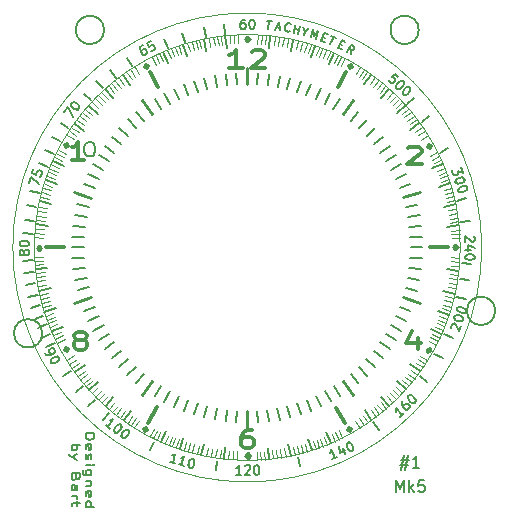
<source format=gbr>
G04 #@! TF.GenerationSoftware,KiCad,Pcbnew,(5.1.4)-1*
G04 #@! TF.CreationDate,2020-07-29T15:51:18+02:00*
G04 #@! TF.ProjectId,ring,72696e67-2e6b-4696-9361-645f70636258,v0.5.2*
G04 #@! TF.SameCoordinates,Original*
G04 #@! TF.FileFunction,Legend,Top*
G04 #@! TF.FilePolarity,Positive*
%FSLAX46Y46*%
G04 Gerber Fmt 4.6, Leading zero omitted, Abs format (unit mm)*
G04 Created by KiCad (PCBNEW (5.1.4)-1) date 2020-07-29 15:51:18*
%MOMM*%
%LPD*%
G04 APERTURE LIST*
%ADD10C,0.200000*%
%ADD11C,0.150000*%
%ADD12C,0.250000*%
%ADD13C,0.100000*%
%ADD14C,0.300000*%
%ADD15C,0.120000*%
G04 APERTURE END LIST*
D10*
X219634285Y-130593714D02*
X220348571Y-130593714D01*
X219920000Y-130165142D02*
X219634285Y-131450857D01*
X220253333Y-131022285D02*
X219539047Y-131022285D01*
X219967619Y-131450857D02*
X220253333Y-130165142D01*
X221205714Y-131260380D02*
X220634285Y-131260380D01*
X220920000Y-131260380D02*
X220920000Y-130260380D01*
X220824761Y-130403238D01*
X220729523Y-130498476D01*
X220634285Y-130546095D01*
D11*
X192963333Y-128310952D02*
X193663333Y-128310952D01*
X193663333Y-128549047D01*
X193630000Y-128691904D01*
X193563333Y-128787142D01*
X193496666Y-128834761D01*
X193363333Y-128882380D01*
X193263333Y-128882380D01*
X193130000Y-128834761D01*
X193063333Y-128787142D01*
X192996666Y-128691904D01*
X192963333Y-128549047D01*
X192963333Y-128310952D01*
X192996666Y-129691904D02*
X192963333Y-129596666D01*
X192963333Y-129406190D01*
X192996666Y-129310952D01*
X193063333Y-129263333D01*
X193330000Y-129263333D01*
X193396666Y-129310952D01*
X193430000Y-129406190D01*
X193430000Y-129596666D01*
X193396666Y-129691904D01*
X193330000Y-129739523D01*
X193263333Y-129739523D01*
X193196666Y-129263333D01*
X192996666Y-130120476D02*
X192963333Y-130215714D01*
X192963333Y-130406190D01*
X192996666Y-130501428D01*
X193063333Y-130549047D01*
X193096666Y-130549047D01*
X193163333Y-130501428D01*
X193196666Y-130406190D01*
X193196666Y-130263333D01*
X193230000Y-130168095D01*
X193296666Y-130120476D01*
X193330000Y-130120476D01*
X193396666Y-130168095D01*
X193430000Y-130263333D01*
X193430000Y-130406190D01*
X193396666Y-130501428D01*
X192963333Y-130977619D02*
X193430000Y-130977619D01*
X193663333Y-130977619D02*
X193630000Y-130930000D01*
X193596666Y-130977619D01*
X193630000Y-131025238D01*
X193663333Y-130977619D01*
X193596666Y-130977619D01*
X193430000Y-131882380D02*
X192863333Y-131882380D01*
X192796666Y-131834761D01*
X192763333Y-131787142D01*
X192730000Y-131691904D01*
X192730000Y-131549047D01*
X192763333Y-131453809D01*
X192996666Y-131882380D02*
X192963333Y-131787142D01*
X192963333Y-131596666D01*
X192996666Y-131501428D01*
X193030000Y-131453809D01*
X193096666Y-131406190D01*
X193296666Y-131406190D01*
X193363333Y-131453809D01*
X193396666Y-131501428D01*
X193430000Y-131596666D01*
X193430000Y-131787142D01*
X193396666Y-131882380D01*
X193430000Y-132358571D02*
X192963333Y-132358571D01*
X193363333Y-132358571D02*
X193396666Y-132406190D01*
X193430000Y-132501428D01*
X193430000Y-132644285D01*
X193396666Y-132739523D01*
X193330000Y-132787142D01*
X192963333Y-132787142D01*
X192996666Y-133644285D02*
X192963333Y-133549047D01*
X192963333Y-133358571D01*
X192996666Y-133263333D01*
X193063333Y-133215714D01*
X193330000Y-133215714D01*
X193396666Y-133263333D01*
X193430000Y-133358571D01*
X193430000Y-133549047D01*
X193396666Y-133644285D01*
X193330000Y-133691904D01*
X193263333Y-133691904D01*
X193196666Y-133215714D01*
X192963333Y-134549047D02*
X193663333Y-134549047D01*
X192996666Y-134549047D02*
X192963333Y-134453809D01*
X192963333Y-134263333D01*
X192996666Y-134168095D01*
X193030000Y-134120476D01*
X193096666Y-134072857D01*
X193296666Y-134072857D01*
X193363333Y-134120476D01*
X193396666Y-134168095D01*
X193430000Y-134263333D01*
X193430000Y-134453809D01*
X193396666Y-134549047D01*
X191763333Y-129287142D02*
X192463333Y-129287142D01*
X192196666Y-129287142D02*
X192230000Y-129382380D01*
X192230000Y-129572857D01*
X192196666Y-129668095D01*
X192163333Y-129715714D01*
X192096666Y-129763333D01*
X191896666Y-129763333D01*
X191830000Y-129715714D01*
X191796666Y-129668095D01*
X191763333Y-129572857D01*
X191763333Y-129382380D01*
X191796666Y-129287142D01*
X192230000Y-130096666D02*
X191763333Y-130334761D01*
X192230000Y-130572857D02*
X191763333Y-130334761D01*
X191596666Y-130239523D01*
X191563333Y-130191904D01*
X191530000Y-130096666D01*
X192130000Y-132049047D02*
X192096666Y-132191904D01*
X192063333Y-132239523D01*
X191996666Y-132287142D01*
X191896666Y-132287142D01*
X191830000Y-132239523D01*
X191796666Y-132191904D01*
X191763333Y-132096666D01*
X191763333Y-131715714D01*
X192463333Y-131715714D01*
X192463333Y-132049047D01*
X192430000Y-132144285D01*
X192396666Y-132191904D01*
X192330000Y-132239523D01*
X192263333Y-132239523D01*
X192196666Y-132191904D01*
X192163333Y-132144285D01*
X192130000Y-132049047D01*
X192130000Y-131715714D01*
X191763333Y-133144285D02*
X192130000Y-133144285D01*
X192196666Y-133096666D01*
X192230000Y-133001428D01*
X192230000Y-132810952D01*
X192196666Y-132715714D01*
X191796666Y-133144285D02*
X191763333Y-133049047D01*
X191763333Y-132810952D01*
X191796666Y-132715714D01*
X191863333Y-132668095D01*
X191930000Y-132668095D01*
X191996666Y-132715714D01*
X192030000Y-132810952D01*
X192030000Y-133049047D01*
X192063333Y-133144285D01*
X191763333Y-133620476D02*
X192230000Y-133620476D01*
X192096666Y-133620476D02*
X192163333Y-133668095D01*
X192196666Y-133715714D01*
X192230000Y-133810952D01*
X192230000Y-133906190D01*
X192230000Y-134096666D02*
X192230000Y-134477619D01*
X192463333Y-134239523D02*
X191863333Y-134239523D01*
X191796666Y-134287142D01*
X191763333Y-134382380D01*
X191763333Y-134477619D01*
X196915515Y-97224546D02*
X196483323Y-96551338D01*
X191499324Y-102483420D02*
X190837659Y-102033753D01*
X189051001Y-107978165D02*
X188275103Y-107783273D01*
X188461304Y-113689167D02*
X187662631Y-113735218D01*
X194904076Y-126583986D02*
X194386644Y-127194121D01*
X222486581Y-121579047D02*
X223179401Y-121979047D01*
X224337088Y-116819820D02*
X225117208Y-116997059D01*
X224798933Y-113945384D02*
X225597080Y-113999797D01*
X224690792Y-110454105D02*
X225484829Y-110356609D01*
D10*
X221160000Y-94180000D02*
G75*
G03X221160000Y-94180000I-1200000J0D01*
G01*
X189280000Y-119870000D02*
G75*
G03X189280000Y-119870000I-1200000J0D01*
G01*
X227630000Y-117970000D02*
G75*
G03X227630000Y-117970000I-1200000J0D01*
G01*
X194520000Y-94180000D02*
G75*
G03X194520000Y-94180000I-1200000J0D01*
G01*
D11*
X199908494Y-95694356D02*
X199602348Y-94955252D01*
D10*
X193219047Y-103672857D02*
X193380952Y-103672857D01*
X193542857Y-103730000D01*
X193623809Y-103787142D01*
X193704761Y-103901428D01*
X193785714Y-104130000D01*
X193785714Y-104415714D01*
X193704761Y-104644285D01*
X193623809Y-104758571D01*
X193542857Y-104815714D01*
X193380952Y-104872857D01*
X193219047Y-104872857D01*
X193057142Y-104815714D01*
X192976190Y-104758571D01*
X192895238Y-104644285D01*
X192814285Y-104415714D01*
X192814285Y-104130000D01*
X192895238Y-103901428D01*
X192976190Y-103787142D01*
X193057142Y-103730000D01*
X193219047Y-103672857D01*
D11*
X215381641Y-101888565D02*
X216019065Y-101118052D01*
X207501594Y-98791488D02*
X207564385Y-97793461D01*
X220467619Y-112600000D02*
X221467619Y-112600000D01*
X220448511Y-111748405D02*
X221446538Y-111685614D01*
X220361186Y-110896698D02*
X221353300Y-110771365D01*
X220245631Y-110044767D02*
X221227919Y-109857386D01*
X220041831Y-109212502D02*
X221010414Y-108963812D01*
D12*
X219844640Y-108349690D02*
X221271224Y-107886164D01*
D11*
X219529386Y-107576532D02*
X220459163Y-107208407D01*
X219190673Y-106792614D02*
X220095500Y-106366835D01*
X210840206Y-99420239D02*
X211149223Y-98469183D01*
X218368042Y-105282397D02*
X219212370Y-104746571D01*
X213192063Y-100426424D02*
X213673817Y-99550117D01*
X209205232Y-99024368D02*
X209392613Y-98042080D01*
X217904016Y-104565902D02*
X218713033Y-103978117D01*
X216100323Y-102509771D02*
X216784871Y-101780802D01*
X213937602Y-100851957D02*
X214473428Y-100007629D01*
X217351434Y-103848358D02*
X218121947Y-103210934D01*
D12*
X214741145Y-101298975D02*
X215622823Y-100085450D01*
D11*
X218803575Y-106027936D02*
X219679882Y-105546182D01*
X210037497Y-99188168D02*
X210286187Y-98219585D01*
X212437385Y-100039326D02*
X212863164Y-99134499D01*
X216760228Y-103169676D02*
X217489197Y-102485128D01*
X211643467Y-99710613D02*
X212011592Y-98780836D01*
X208353301Y-98878813D02*
X208478634Y-97886699D01*
X217351434Y-121341641D02*
X218121947Y-121979065D01*
X220448511Y-113461594D02*
X221446538Y-113524385D01*
D12*
X206650000Y-126471904D02*
X206650000Y-127771904D01*
D11*
X207491594Y-126408511D02*
X207554385Y-127406538D01*
X208343301Y-126321186D02*
X208468634Y-127313300D01*
X209195232Y-126205631D02*
X209382613Y-127187919D01*
X210027497Y-126001831D02*
X210276187Y-126970414D01*
X210850206Y-125759760D02*
X211159223Y-126710816D01*
X211663467Y-125489386D02*
X212031592Y-126419163D01*
X212447385Y-125150673D02*
X212873164Y-126055500D01*
D12*
X219864640Y-116830309D02*
X221291224Y-117293835D01*
D11*
X213957602Y-124328042D02*
X214493428Y-125172370D01*
X218813575Y-119152063D02*
X219689882Y-119633817D01*
X220215631Y-115165232D02*
X221197919Y-115352613D01*
D12*
X214741145Y-123881024D02*
X215622823Y-125094549D01*
D11*
X216730228Y-122060323D02*
X217459197Y-122744871D01*
X218388042Y-119897602D02*
X219232370Y-120433428D01*
X215391641Y-123311434D02*
X216029065Y-124081947D01*
X217914016Y-120634097D02*
X218723033Y-121221882D01*
X213212063Y-124763575D02*
X213693817Y-125639882D01*
X220051831Y-115997497D02*
X221020414Y-116246187D01*
X219200673Y-118397385D02*
X220105500Y-118823164D01*
X216070323Y-122720228D02*
X216754871Y-123449197D01*
X219529386Y-117603467D02*
X220459163Y-117971592D01*
X220361186Y-114313301D02*
X221353300Y-114438634D01*
X197898358Y-123311434D02*
X197260934Y-124081947D01*
X205778405Y-126408511D02*
X205715614Y-127406538D01*
X192831488Y-113451594D02*
X191833461Y-113514385D01*
X192918813Y-114303301D02*
X191926699Y-114428634D01*
X193034368Y-115155232D02*
X192052080Y-115342613D01*
X193238168Y-115987497D02*
X192269585Y-116236187D01*
D12*
X193415359Y-116810309D02*
X191988775Y-117273835D01*
D11*
X193750613Y-117623467D02*
X192820836Y-117991592D01*
X194089326Y-118407385D02*
X193184499Y-118833164D01*
X202439793Y-125779760D02*
X202130776Y-126730816D01*
X194911957Y-119917602D02*
X194067629Y-120453428D01*
X200087936Y-124773575D02*
X199606182Y-125649882D01*
X204074767Y-126175631D02*
X203887386Y-127157919D01*
X195375983Y-120634097D02*
X194566966Y-121221882D01*
X197179676Y-122690228D02*
X196495128Y-123419197D01*
X199342397Y-124348042D02*
X198806571Y-125192370D01*
X195928565Y-121351641D02*
X195158052Y-121989065D01*
D12*
X198598854Y-123911024D02*
X197717176Y-125124549D01*
D11*
X194476424Y-119172063D02*
X193600117Y-119653817D01*
X203242502Y-126011831D02*
X202993812Y-126980414D01*
X200842614Y-125160673D02*
X200416835Y-126065500D01*
X196519771Y-122030323D02*
X195790802Y-122714871D01*
X201636532Y-125489386D02*
X201268407Y-126419163D01*
X204926698Y-126321186D02*
X204801365Y-127313300D01*
X192782380Y-112600000D02*
X191782380Y-112600000D01*
X192831488Y-111738405D02*
X191833461Y-111675614D01*
X192918813Y-110886698D02*
X191926699Y-110761365D01*
X193064368Y-110034767D02*
X192082080Y-109847386D01*
X193228168Y-109202502D02*
X192259585Y-108953812D01*
D12*
X193415359Y-108369690D02*
X191988775Y-107906164D01*
D11*
X193750613Y-107596532D02*
X192820836Y-107228407D01*
X194079326Y-106802614D02*
X193174499Y-106376835D01*
X194466424Y-106047936D02*
X193590117Y-105566182D01*
X194891957Y-105302397D02*
X194047629Y-104766571D01*
X195365983Y-104565902D02*
X194556966Y-103978117D01*
X195928565Y-103858358D02*
X195158052Y-103220934D01*
X196549771Y-103139676D02*
X195820802Y-102455128D01*
X197209676Y-102479771D02*
X196525128Y-101750802D01*
X197888358Y-101888565D02*
X197250934Y-101118052D01*
D12*
X198578854Y-101318975D02*
X197697176Y-100105450D01*
D11*
X199322397Y-100871957D02*
X198786571Y-100027629D01*
X200067936Y-100436424D02*
X199586182Y-99560117D01*
X200832614Y-100049326D02*
X200406835Y-99144499D01*
X201616532Y-99710613D02*
X201248407Y-98780836D01*
X202429793Y-99440239D02*
X202120776Y-98489183D01*
X203252502Y-99198168D02*
X203003812Y-98229585D01*
X204084767Y-98994368D02*
X203897386Y-98012080D01*
X204936698Y-98878813D02*
X204811365Y-97886699D01*
X205788405Y-98791488D02*
X205725614Y-97793461D01*
D12*
X206640000Y-98728095D02*
X206640000Y-97428095D01*
X189198928Y-112630200D02*
X189008452Y-112820676D01*
X188817976Y-112630200D01*
X189008452Y-112439723D01*
X189198928Y-112630200D01*
X188817976Y-112630200D01*
X206665400Y-130036471D02*
X206855876Y-130226947D01*
X206665400Y-130417423D01*
X206474923Y-130226947D01*
X206665400Y-130036471D01*
X206665400Y-130417423D01*
D11*
X220442416Y-122470897D02*
X221251433Y-123058682D01*
X213334600Y-128241729D02*
X213741336Y-129155274D01*
X218003798Y-125258115D02*
X218672928Y-126001260D01*
D13*
X218707239Y-124936250D02*
X219197004Y-125436381D01*
X208069202Y-129876143D02*
X208127776Y-130573688D01*
X218981950Y-124674239D02*
X219482081Y-125164004D01*
X212506518Y-128904294D02*
X212750519Y-129560391D01*
X208754511Y-129763230D02*
X208842244Y-130457710D01*
X212220658Y-129016347D02*
X212450865Y-129677410D01*
X209776262Y-129613942D02*
X209907429Y-130301543D01*
X214076298Y-128231657D02*
X214387543Y-128858656D01*
X215774621Y-127295429D02*
X216149700Y-127886459D01*
X216436674Y-126832869D02*
X216836173Y-127407673D01*
X207434739Y-129900711D02*
X207464052Y-130600097D01*
D11*
X210097144Y-129253904D02*
X210305056Y-130232052D01*
D13*
X210836348Y-129427781D02*
X211010431Y-130105790D01*
X210525288Y-129502400D02*
X210685134Y-130183905D01*
D12*
X215318914Y-128141720D02*
X215058718Y-128072001D01*
X215128438Y-127811806D01*
X215388633Y-127881525D01*
X215318914Y-128141720D01*
X215128438Y-127811806D01*
D13*
X221103441Y-122053559D02*
X221686486Y-122440933D01*
X214375189Y-128069568D02*
X214699496Y-128689911D01*
X217921783Y-125710184D02*
X218379177Y-126240081D01*
X207745616Y-129875658D02*
X207789569Y-130574276D01*
X217373203Y-126133530D02*
X217808006Y-126682115D01*
X212805127Y-128805070D02*
X213062814Y-129455914D01*
D11*
X216567397Y-126371316D02*
X217155182Y-127180333D01*
D13*
X220268130Y-123276703D02*
X220816715Y-123711506D01*
D11*
X208404013Y-129538597D02*
X208508541Y-130533119D01*
D13*
X216124659Y-127070441D02*
X216512033Y-127653486D01*
D11*
X219316515Y-123932698D02*
X220059660Y-124601828D01*
D13*
X211509373Y-129228148D02*
X211711695Y-129898272D01*
X213777469Y-128393871D02*
X214075515Y-129027250D01*
X217086343Y-126370765D02*
X217509562Y-126928336D01*
X220479965Y-122951743D02*
X221037536Y-123374962D01*
X209401789Y-129701667D02*
X209518528Y-130391865D01*
X221290329Y-121779721D02*
X221881359Y-122154800D01*
X220916669Y-122340174D02*
X221491473Y-122739673D01*
X219755884Y-123812583D02*
X220285781Y-124269977D01*
X223895611Y-113436739D02*
X224594997Y-113466052D01*
X223873958Y-113776116D02*
X224572576Y-113820069D01*
X223858343Y-114137802D02*
X224555888Y-114196376D01*
D12*
X222152820Y-121385714D02*
X221892625Y-121455433D01*
X221822906Y-121195238D01*
X222083101Y-121125518D01*
X222152820Y-121385714D01*
X221822906Y-121195238D01*
D13*
X223720930Y-115197540D02*
X224413421Y-115299798D01*
X223681327Y-115577069D02*
X224371525Y-115693808D01*
X223783530Y-114835811D02*
X224478010Y-114923544D01*
X223611382Y-115926142D02*
X224298983Y-116057309D01*
X223308381Y-117082748D02*
X223986390Y-117256831D01*
X223221198Y-117431942D02*
X223895412Y-117620185D01*
X223421100Y-116720888D02*
X224102605Y-116880734D01*
X223134148Y-117755773D02*
X223804272Y-117958095D01*
D11*
X223520797Y-114447213D02*
X224515319Y-114551741D01*
X223236104Y-116292744D02*
X224214252Y-116500656D01*
X222753060Y-118012306D02*
X223704116Y-118321323D01*
X222160429Y-119504800D02*
X223073974Y-119911536D01*
D13*
X219244059Y-124412326D02*
X219754337Y-124891509D01*
D11*
X211778606Y-128821660D02*
X212087623Y-129772716D01*
D13*
X213129186Y-128667876D02*
X213400447Y-129313180D01*
X222797594Y-118714818D02*
X223453691Y-118958819D01*
X222672970Y-119000727D02*
X223323814Y-119258414D01*
X222896947Y-118416258D02*
X223558010Y-118646465D01*
X222561176Y-119324786D02*
X223206480Y-119596047D01*
X222124957Y-120221098D02*
X222751956Y-120532343D01*
X222000968Y-120494589D02*
X222621311Y-120818896D01*
X222287171Y-119947669D02*
X222920550Y-120245715D01*
X220031004Y-123576349D02*
X220570363Y-124022545D01*
X209065440Y-129726030D02*
X209167698Y-130418521D01*
X211160142Y-129315198D02*
X211348385Y-129989412D01*
X217660149Y-125909104D02*
X218106345Y-126448463D01*
X218445326Y-125211059D02*
X218924509Y-125721337D01*
D11*
X196769102Y-126402416D02*
X196181317Y-127211433D01*
X190998270Y-119294600D02*
X190084725Y-119701336D01*
X193981884Y-123963798D02*
X193238739Y-124632928D01*
D13*
X194303749Y-124667239D02*
X193803618Y-125157004D01*
X189363856Y-114029202D02*
X188666311Y-114087776D01*
X194565760Y-124941950D02*
X194075995Y-125442081D01*
X190335705Y-118466518D02*
X189679608Y-118710519D01*
X189476769Y-114714511D02*
X188782289Y-114802244D01*
X190223652Y-118180658D02*
X189562589Y-118410865D01*
X189626057Y-115736262D02*
X188938456Y-115867429D01*
X191008342Y-120036298D02*
X190381343Y-120347543D01*
X191944570Y-121734621D02*
X191353540Y-122109700D01*
X192407130Y-122396674D02*
X191832326Y-122796173D01*
X189339288Y-113394739D02*
X188639902Y-113424052D01*
D11*
X189986095Y-116057144D02*
X189007947Y-116265056D01*
D13*
X189812218Y-116796348D02*
X189134209Y-116970431D01*
X189737599Y-116485288D02*
X189056094Y-116645134D01*
D12*
X191098279Y-121278914D02*
X191167998Y-121018718D01*
X191428193Y-121088438D01*
X191358474Y-121348633D01*
X191098279Y-121278914D01*
X191428193Y-121088438D01*
D13*
X197186440Y-127063441D02*
X196799066Y-127646486D01*
X191170431Y-120335189D02*
X190550088Y-120659496D01*
X193529815Y-123881783D02*
X192999918Y-124339177D01*
X189364341Y-113705616D02*
X188665723Y-113749569D01*
X193106469Y-123333203D02*
X192557884Y-123768006D01*
X190434929Y-118765127D02*
X189784085Y-119022814D01*
D11*
X192868683Y-122527397D02*
X192059666Y-123115182D01*
D13*
X195963296Y-126228130D02*
X195528493Y-126776715D01*
D11*
X189719902Y-114352713D02*
X188725380Y-114457241D01*
D13*
X192169558Y-122084659D02*
X191586513Y-122472033D01*
D11*
X195307301Y-125276515D02*
X194638171Y-126019660D01*
D13*
X190011851Y-117469373D02*
X189341727Y-117671695D01*
X190846128Y-119737469D02*
X190212749Y-120035515D01*
X192869234Y-123046343D02*
X192311663Y-123469562D01*
X196288256Y-126439965D02*
X195865037Y-126997536D01*
X189538332Y-115361789D02*
X188848134Y-115478528D01*
X197460278Y-127250329D02*
X197085199Y-127841359D01*
X196899825Y-126876669D02*
X196500326Y-127451473D01*
X195366916Y-125760284D02*
X194909522Y-126290181D01*
X205803260Y-129855611D02*
X205773947Y-130554997D01*
X205463883Y-129833958D02*
X205419930Y-130532576D01*
X205102197Y-129818343D02*
X205043623Y-130515888D01*
D12*
X197854285Y-128112820D02*
X197784566Y-127852625D01*
X198044761Y-127782906D01*
X198114481Y-128043101D01*
X197854285Y-128112820D01*
X198044761Y-127782906D01*
D13*
X204042459Y-129680930D02*
X203940201Y-130373421D01*
X203662930Y-129641327D02*
X203546191Y-130331525D01*
X204404188Y-129743530D02*
X204316455Y-130438010D01*
X203313857Y-129571382D02*
X203182690Y-130258983D01*
X202157251Y-129268381D02*
X201983168Y-129946390D01*
X201808057Y-129181198D02*
X201619814Y-129855412D01*
X202519111Y-129381100D02*
X202359265Y-130062605D01*
X201484226Y-129094148D02*
X201281904Y-129764272D01*
D11*
X204792786Y-129480797D02*
X204688258Y-130475319D01*
X202947255Y-129196104D02*
X202739343Y-130174252D01*
X201227693Y-128713060D02*
X200918676Y-129664116D01*
X199735199Y-128120429D02*
X199328463Y-129033974D01*
D13*
X194827673Y-125204059D02*
X194348490Y-125714337D01*
D11*
X190418339Y-117738606D02*
X189467283Y-118047623D01*
D13*
X190572123Y-119089186D02*
X189926819Y-119360447D01*
X200525181Y-128757594D02*
X200281180Y-129413691D01*
X200239272Y-128632970D02*
X199981585Y-129283814D01*
X200823741Y-128856947D02*
X200593534Y-129518010D01*
X199915213Y-128521176D02*
X199643952Y-129166480D01*
X199010801Y-128136357D02*
X198699556Y-128763356D01*
X198745410Y-127960968D02*
X198421103Y-128581311D01*
X199292330Y-128247171D02*
X198994284Y-128880550D01*
X195663650Y-125991004D02*
X195217454Y-126530363D01*
X189513969Y-115025440D02*
X188821478Y-115127698D01*
X189924801Y-117120142D02*
X189250587Y-117308385D01*
X193330895Y-123620149D02*
X192791536Y-124066345D01*
X194028940Y-124405326D02*
X193518662Y-124884509D01*
D11*
X192837583Y-102729102D02*
X192028566Y-102141317D01*
X199945399Y-96958270D02*
X199538663Y-96044725D01*
X195276201Y-99941884D02*
X194607071Y-99198739D01*
D13*
X194572760Y-100263749D02*
X194082995Y-99763618D01*
X205210797Y-95323856D02*
X205152223Y-94626311D01*
X194298049Y-100525760D02*
X193797918Y-100035995D01*
X200773481Y-96295705D02*
X200529480Y-95639608D01*
X204525488Y-95436769D02*
X204437755Y-94742289D01*
X201059341Y-96183652D02*
X200829134Y-95522589D01*
X203503737Y-95586057D02*
X203372570Y-94898456D01*
X199203701Y-96968342D02*
X198892456Y-96341343D01*
X197505378Y-97904570D02*
X197130299Y-97313540D01*
X196843325Y-98367130D02*
X196443826Y-97792326D01*
X205845260Y-95299288D02*
X205815947Y-94599902D01*
D11*
X203182855Y-95946095D02*
X202974943Y-94967947D01*
D13*
X202443651Y-95772218D02*
X202269568Y-95094209D01*
X202754711Y-95697599D02*
X202594865Y-95016094D01*
D12*
X197961085Y-97058279D02*
X198221281Y-97127998D01*
X198151561Y-97388193D01*
X197891366Y-97318474D01*
X197961085Y-97058279D01*
X198151561Y-97388193D01*
D13*
X192176558Y-103146440D02*
X191593513Y-102759066D01*
X198904810Y-97130431D02*
X198580503Y-96510088D01*
X195358216Y-99489815D02*
X194900822Y-98959918D01*
X205534383Y-95324341D02*
X205490430Y-94625723D01*
X195906796Y-99066469D02*
X195471993Y-98517884D01*
X200474872Y-96394929D02*
X200217185Y-95744085D01*
D11*
X196712602Y-98828683D02*
X196124817Y-98019666D01*
D13*
X193011869Y-101923296D02*
X192463284Y-101488493D01*
D11*
X204887286Y-95679902D02*
X204782758Y-94685380D01*
D13*
X197155340Y-98129558D02*
X196767966Y-97546513D01*
D11*
X193963484Y-101267301D02*
X193220339Y-100598171D01*
D13*
X201770626Y-95971851D02*
X201568304Y-95301727D01*
X199502530Y-96806128D02*
X199204484Y-96172749D01*
X196193656Y-98829234D02*
X195770437Y-98271663D01*
X192800034Y-102248256D02*
X192242463Y-101825037D01*
X203878210Y-95498332D02*
X203761471Y-94808134D01*
X191989670Y-103420278D02*
X191398640Y-103045199D01*
X192363330Y-102859825D02*
X191788526Y-102460326D01*
X193524115Y-101387416D02*
X192994218Y-100930022D01*
X189384388Y-111763260D02*
X188685002Y-111733947D01*
X189406041Y-111423883D02*
X188707423Y-111379930D01*
X189421656Y-111062197D02*
X188724111Y-111003623D01*
D12*
X191127179Y-103814285D02*
X191387374Y-103744566D01*
X191457093Y-104004761D01*
X191196898Y-104074481D01*
X191127179Y-103814285D01*
X191457093Y-104004761D01*
D13*
X189559069Y-110002459D02*
X188866578Y-109900201D01*
X189598672Y-109622930D02*
X188908474Y-109506191D01*
X189496469Y-110364188D02*
X188801989Y-110276455D01*
X189668617Y-109273857D02*
X188981016Y-109142690D01*
X189971618Y-108117251D02*
X189293609Y-107943168D01*
X190058801Y-107768057D02*
X189384587Y-107579814D01*
X189858899Y-108479111D02*
X189177394Y-108319265D01*
X190145851Y-107444226D02*
X189475727Y-107241904D01*
D11*
X189759202Y-110752786D02*
X188764680Y-110648258D01*
X190043895Y-108907255D02*
X189065747Y-108699343D01*
X190526939Y-107187693D02*
X189575883Y-106878676D01*
X191119570Y-105695199D02*
X190206025Y-105288463D01*
D13*
X194035940Y-100787673D02*
X193525662Y-100308490D01*
D11*
X201501393Y-96378339D02*
X201192376Y-95427283D01*
D13*
X200150813Y-96532123D02*
X199879552Y-95886819D01*
X190482405Y-106485181D02*
X189826308Y-106241180D01*
X190607029Y-106199272D02*
X189956185Y-105941585D01*
X190383052Y-106783741D02*
X189721989Y-106553534D01*
X190718823Y-105875213D02*
X190073519Y-105603952D01*
X191155042Y-104978901D02*
X190528043Y-104667656D01*
X191279031Y-104705410D02*
X190658688Y-104381103D01*
X190992828Y-105252330D02*
X190359449Y-104954284D01*
X193248995Y-101623650D02*
X192709636Y-101177454D01*
X204214559Y-95473969D02*
X204112301Y-94781478D01*
X202119857Y-95884801D02*
X201931614Y-95210587D01*
X195619850Y-99290895D02*
X195173654Y-98751536D01*
X194834673Y-99988940D02*
X194355490Y-99478662D01*
D12*
X224454128Y-112579400D02*
X224263652Y-112769876D01*
X224073176Y-112579400D01*
X224263652Y-112388923D01*
X224454128Y-112579400D01*
X224073176Y-112579400D01*
D11*
X222281729Y-105905399D02*
X223195274Y-105498663D01*
X223293904Y-109142855D02*
X224272052Y-108934943D01*
D13*
X223467781Y-108403651D02*
X224145790Y-108229568D01*
X223355198Y-108079857D02*
X224029412Y-107891614D01*
X223940711Y-111805260D02*
X224640097Y-111775947D01*
X223916143Y-111170797D02*
X224613688Y-111112223D01*
X222271657Y-105163701D02*
X222898656Y-104852456D01*
X223653942Y-109463737D02*
X224341543Y-109332570D01*
X223766030Y-110174559D02*
X224458521Y-110072301D01*
D11*
X223578597Y-110835986D02*
X224573119Y-110731458D01*
D13*
X222845070Y-106434872D02*
X223495914Y-106177185D01*
X223915658Y-111494383D02*
X224614276Y-111450430D01*
D11*
X222861660Y-107461393D02*
X223812716Y-107152376D01*
D13*
X223803230Y-110485488D02*
X224497710Y-110397755D01*
X222707876Y-106110813D02*
X223353180Y-105839552D01*
X222109568Y-104864810D02*
X222729911Y-104540503D01*
X222433871Y-105462530D02*
X223067250Y-105164484D01*
X223056347Y-107019341D02*
X223717410Y-106789134D01*
X223268148Y-107730626D02*
X223938272Y-107528304D01*
X222944294Y-106733481D02*
X223600391Y-106489480D01*
X223741667Y-109838210D02*
X224431865Y-109721471D01*
X223542400Y-108714711D02*
X224223905Y-108554865D01*
D12*
X222181720Y-103921085D02*
X222112001Y-104181281D01*
X221851806Y-104111561D01*
X221921525Y-103851366D01*
X222181720Y-103921085D01*
X221851806Y-104111561D01*
D13*
X221335429Y-103465378D02*
X221926459Y-103090299D01*
X220872869Y-102803325D02*
X221447673Y-102403826D01*
X221110441Y-103115340D02*
X221693486Y-102727966D01*
D11*
X220411316Y-102672602D02*
X221220333Y-102084817D01*
D13*
X220173530Y-101866796D02*
X220722115Y-101431993D01*
X219750184Y-101318216D02*
X220280081Y-100860822D01*
X219949104Y-101579850D02*
X220488463Y-101133654D01*
X220410765Y-102153656D02*
X220968336Y-101730437D01*
D11*
X219298115Y-101236201D02*
X220041260Y-100567071D01*
D13*
X218976250Y-100532760D02*
X219476381Y-100042995D01*
X218452326Y-99995940D02*
X218931509Y-99485662D01*
X218714239Y-100258049D02*
X219204004Y-99757918D01*
X219251059Y-100794673D02*
X219761337Y-100315490D01*
D11*
X217972698Y-99923484D02*
X218641828Y-99180339D01*
D13*
X217616349Y-99208995D02*
X218062545Y-98669636D01*
X216991743Y-98760034D02*
X217414962Y-98202463D01*
X217316703Y-98971869D02*
X217751506Y-98423284D01*
X217852583Y-99484115D02*
X218309977Y-98954218D01*
X215819721Y-97949670D02*
X216194800Y-97358640D01*
X216093559Y-98136558D02*
X216480933Y-97553513D01*
X216380174Y-98323330D02*
X216779673Y-97748526D01*
D11*
X216510897Y-98797583D02*
X217098682Y-97988566D01*
D13*
X213987669Y-96952828D02*
X214285715Y-96319449D01*
X214534589Y-97239031D02*
X214858896Y-96618688D01*
X214261098Y-97115042D02*
X214572343Y-96488043D01*
X213364786Y-96678823D02*
X213636047Y-96033519D01*
X212456258Y-96343052D02*
X212686465Y-95681989D01*
X213040727Y-96567029D02*
X213298414Y-95916185D01*
X212754818Y-96442405D02*
X212998819Y-95786308D01*
X211795773Y-96105851D02*
X211998095Y-95435727D01*
X210760888Y-95818899D02*
X210920734Y-95137394D01*
X211471942Y-96018801D02*
X211660185Y-95344587D01*
X211122748Y-95931618D02*
X211296831Y-95253609D01*
X209966142Y-95628617D02*
X210097309Y-94941016D01*
X208875811Y-95456469D02*
X208963544Y-94761989D01*
X209617069Y-95558672D02*
X209733808Y-94868474D01*
X209237540Y-95519069D02*
X209339798Y-94826578D01*
D12*
X206640000Y-94768571D02*
X206830476Y-94959047D01*
X206640000Y-95149523D01*
X206449523Y-94959047D01*
X206640000Y-94768571D01*
X206640000Y-95149523D01*
X215425714Y-97087179D02*
X215495433Y-97347374D01*
X215235238Y-97417093D01*
X215165518Y-97156898D01*
X215425714Y-97087179D01*
X215235238Y-97417093D01*
D13*
X208177802Y-95381656D02*
X208236376Y-94684111D01*
X207816116Y-95366041D02*
X207860069Y-94667423D01*
X207476739Y-95344388D02*
X207506052Y-94645002D01*
D11*
X213544800Y-97079570D02*
X213951536Y-96166025D01*
X212052306Y-96486939D02*
X212361323Y-95535883D01*
X210332744Y-96003895D02*
X210540656Y-95025747D01*
X208487213Y-95719202D02*
X208591741Y-94724680D01*
X217297277Y-127367212D02*
X217767505Y-128014426D01*
X223288617Y-119914533D02*
X224021147Y-120236091D01*
X210913673Y-130298541D02*
X211104500Y-131075449D01*
X204109116Y-130641443D02*
X204000543Y-131434041D01*
X224641795Y-115228381D02*
X225433616Y-115342485D01*
X224387229Y-108630795D02*
X225167038Y-108452195D01*
X221417212Y-101962722D02*
X222064426Y-101492494D01*
X193755905Y-125474094D02*
X193190219Y-126039780D01*
X201328224Y-95195344D02*
X201088991Y-94431951D01*
X203131533Y-94754764D02*
X202973407Y-93970547D01*
X204757829Y-94499922D02*
X204674206Y-93704304D01*
X192716421Y-124336405D02*
X192105384Y-124852771D01*
X188559506Y-114678403D02*
X187764808Y-114770353D01*
X190331594Y-120664012D02*
X189620701Y-121030932D01*
X188892770Y-116599204D02*
X188112961Y-116777804D01*
X189785788Y-105754986D02*
X189043519Y-105456595D01*
X188481304Y-111460832D02*
X187682631Y-111414781D01*
X190245829Y-104697512D02*
X189525574Y-104349327D01*
X198717512Y-129034170D02*
X198369327Y-129754425D01*
X195491813Y-98235960D02*
X195001488Y-97603836D01*
X194393566Y-99137676D02*
X193855156Y-98545971D01*
X193373817Y-100147740D02*
X192790642Y-99600103D01*
X190813418Y-103610952D02*
X190120598Y-103210952D01*
X188579283Y-110333478D02*
X187785077Y-110237368D01*
X188775844Y-109185951D02*
X187989240Y-109040163D01*
X188696515Y-115617778D02*
X187908428Y-115755321D01*
X189088058Y-117470852D02*
X188318665Y-117690020D01*
X189382187Y-118392175D02*
X188625772Y-118652629D01*
X189646490Y-119086773D02*
X188902669Y-119381273D01*
X189979056Y-119939345D02*
X189251667Y-120272370D01*
X191716092Y-123031902D02*
X191061572Y-123491907D01*
X221231350Y-123471696D02*
X221869417Y-123954262D01*
X222961351Y-104581574D02*
X223665732Y-104202304D01*
X220191052Y-100442161D02*
X220785568Y-99906857D01*
D14*
X221070952Y-120228571D02*
X221070952Y-121228571D01*
X220594761Y-119657142D02*
X220118571Y-120728571D01*
X221356666Y-120728571D01*
X214280714Y-99017660D02*
X215030714Y-97718621D01*
X191088571Y-112600000D02*
X189588571Y-112600000D01*
X199019285Y-126132339D02*
X198269285Y-127431378D01*
D11*
X219918781Y-126623028D02*
X219595532Y-126946277D01*
X219757157Y-126784653D02*
X219191471Y-126218967D01*
X219218409Y-126353654D01*
X219218409Y-126461404D01*
X219191471Y-126542216D01*
X219837969Y-125572470D02*
X219730219Y-125680219D01*
X219703282Y-125761032D01*
X219703282Y-125814906D01*
X219730219Y-125949593D01*
X219811032Y-126084280D01*
X220026531Y-126299780D01*
X220107343Y-126326717D01*
X220161218Y-126326717D01*
X220242030Y-126299780D01*
X220349780Y-126192030D01*
X220376717Y-126111218D01*
X220376717Y-126057343D01*
X220349780Y-125976531D01*
X220215093Y-125841844D01*
X220134280Y-125814906D01*
X220080406Y-125814906D01*
X219999593Y-125841844D01*
X219891844Y-125949593D01*
X219864906Y-126030406D01*
X219864906Y-126084280D01*
X219891844Y-126165093D01*
X220242030Y-125168409D02*
X220295905Y-125114534D01*
X220376717Y-125087597D01*
X220430592Y-125087597D01*
X220511404Y-125114534D01*
X220646091Y-125195346D01*
X220780778Y-125330033D01*
X220861590Y-125464720D01*
X220888528Y-125545532D01*
X220888528Y-125599407D01*
X220861590Y-125680219D01*
X220807715Y-125734094D01*
X220726903Y-125761032D01*
X220673028Y-125761032D01*
X220592216Y-125734094D01*
X220457529Y-125653282D01*
X220322842Y-125518595D01*
X220242030Y-125383908D01*
X220215093Y-125303096D01*
X220215093Y-125249221D01*
X220242030Y-125168409D01*
X212002242Y-94801845D02*
X212212736Y-94134243D01*
X212284917Y-94681266D01*
X212657804Y-94274573D01*
X212447310Y-94942175D01*
D14*
X192349523Y-120401428D02*
X192159047Y-120330000D01*
X192063809Y-120258571D01*
X191968571Y-120115714D01*
X191968571Y-120044285D01*
X192063809Y-119901428D01*
X192159047Y-119830000D01*
X192349523Y-119758571D01*
X192730476Y-119758571D01*
X192920952Y-119830000D01*
X193016190Y-119901428D01*
X193111428Y-120044285D01*
X193111428Y-120115714D01*
X193016190Y-120258571D01*
X192920952Y-120330000D01*
X192730476Y-120401428D01*
X192349523Y-120401428D01*
X192159047Y-120472857D01*
X192063809Y-120544285D01*
X191968571Y-120687142D01*
X191968571Y-120972857D01*
X192063809Y-121115714D01*
X192159047Y-121187142D01*
X192349523Y-121258571D01*
X192730476Y-121258571D01*
X192920952Y-121187142D01*
X193016190Y-121115714D01*
X193111428Y-120972857D01*
X193111428Y-120687142D01*
X193016190Y-120544285D01*
X192920952Y-120472857D01*
X192730476Y-120401428D01*
X220248571Y-104201428D02*
X220343809Y-104130000D01*
X220534285Y-104058571D01*
X221010476Y-104058571D01*
X221200952Y-104130000D01*
X221296190Y-104201428D01*
X221391428Y-104344285D01*
X221391428Y-104487142D01*
X221296190Y-104701428D01*
X220153333Y-105558571D01*
X221391428Y-105558571D01*
X192805714Y-105198571D02*
X191834285Y-105198571D01*
X192320000Y-105198571D02*
X192320000Y-103698571D01*
X192158095Y-103912857D01*
X191996190Y-104055714D01*
X191834285Y-104127142D01*
X222151428Y-112600000D02*
X223651428Y-112600000D01*
X199119285Y-99007660D02*
X198369285Y-97708621D01*
X206259047Y-97388571D02*
X205116190Y-97388571D01*
X205687619Y-97388571D02*
X205687619Y-95888571D01*
X205497142Y-96102857D01*
X205306666Y-96245714D01*
X205116190Y-96317142D01*
X207020952Y-96031428D02*
X207116190Y-95960000D01*
X207306666Y-95888571D01*
X207782857Y-95888571D01*
X207973333Y-95960000D01*
X208068571Y-96031428D01*
X208163809Y-96174285D01*
X208163809Y-96317142D01*
X208068571Y-96531428D01*
X206925714Y-97388571D01*
X208163809Y-97388571D01*
X207050952Y-128078571D02*
X206670000Y-128078571D01*
X206479523Y-128150000D01*
X206384285Y-128221428D01*
X206193809Y-128435714D01*
X206098571Y-128721428D01*
X206098571Y-129292857D01*
X206193809Y-129435714D01*
X206289047Y-129507142D01*
X206479523Y-129578571D01*
X206860476Y-129578571D01*
X207050952Y-129507142D01*
X207146190Y-129435714D01*
X207241428Y-129292857D01*
X207241428Y-128935714D01*
X207146190Y-128792857D01*
X207050952Y-128721428D01*
X206860476Y-128650000D01*
X206479523Y-128650000D01*
X206289047Y-128721428D01*
X206193809Y-128792857D01*
X206098571Y-128935714D01*
X214150714Y-126192339D02*
X214900714Y-127491378D01*
D11*
X200556529Y-130887669D02*
X200117761Y-130759364D01*
X200337145Y-130823516D02*
X200561678Y-130055672D01*
X200456474Y-130143980D01*
X200361962Y-130195724D01*
X200278142Y-130210904D01*
X201287809Y-131101510D02*
X200849041Y-130973205D01*
X201068425Y-131037358D02*
X201292958Y-130269513D01*
X201187754Y-130357821D01*
X201093242Y-130409565D01*
X201009422Y-130424745D01*
X201987674Y-130472663D02*
X202060802Y-130494047D01*
X202123238Y-130551995D01*
X202149110Y-130599251D01*
X202164290Y-130683071D01*
X202158086Y-130840019D01*
X202104626Y-131022839D01*
X202025293Y-131158403D01*
X201967345Y-131220839D01*
X201920089Y-131246711D01*
X201836269Y-131261891D01*
X201763141Y-131240507D01*
X201700705Y-131182559D01*
X201674833Y-131135303D01*
X201659653Y-131051483D01*
X201665858Y-130894534D01*
X201719318Y-130711714D01*
X201798650Y-130576150D01*
X201856598Y-130513714D01*
X201903854Y-130487842D01*
X201987674Y-130472663D01*
X195015801Y-127939301D02*
X194645965Y-127670599D01*
X194830883Y-127804950D02*
X195301112Y-127157737D01*
X195172297Y-127205412D01*
X195065874Y-127222268D01*
X194981842Y-127208304D01*
X195886686Y-127583181D02*
X195948325Y-127627965D01*
X195987573Y-127703568D01*
X195996001Y-127756780D01*
X195982037Y-127840811D01*
X195923289Y-127986481D01*
X195811330Y-128140580D01*
X195690943Y-128241467D01*
X195615340Y-128280714D01*
X195562128Y-128289142D01*
X195478097Y-128275178D01*
X195416458Y-128230395D01*
X195377210Y-128154791D01*
X195368782Y-128101580D01*
X195382746Y-128017549D01*
X195441494Y-127871878D01*
X195553453Y-127717780D01*
X195673840Y-127616893D01*
X195749443Y-127577645D01*
X195802655Y-127569217D01*
X195886686Y-127583181D01*
X196503080Y-128031018D02*
X196564719Y-128075801D01*
X196603967Y-128151405D01*
X196612394Y-128204616D01*
X196598431Y-128288647D01*
X196539683Y-128434318D01*
X196427724Y-128588416D01*
X196307337Y-128689303D01*
X196231734Y-128728551D01*
X196178522Y-128736979D01*
X196094491Y-128723015D01*
X196032851Y-128678231D01*
X195993604Y-128602628D01*
X195985176Y-128549416D01*
X195999140Y-128465385D01*
X196057888Y-128319715D01*
X196169847Y-128165616D01*
X196290234Y-128064729D01*
X196365837Y-128025482D01*
X196419048Y-128017054D01*
X196503080Y-128031018D01*
X189549914Y-121529072D02*
X189626105Y-121661037D01*
X189697191Y-121707973D01*
X189749230Y-121721917D01*
X189886300Y-121730757D01*
X190037313Y-121687558D01*
X190301245Y-121535177D01*
X190348180Y-121464090D01*
X190362124Y-121412051D01*
X190357020Y-121327020D01*
X190280830Y-121195055D01*
X190209743Y-121148119D01*
X190157704Y-121134175D01*
X190072673Y-121139279D01*
X189907716Y-121234517D01*
X189860781Y-121305604D01*
X189846837Y-121357643D01*
X189851941Y-121442674D01*
X189928131Y-121574639D01*
X189999218Y-121621575D01*
X190051257Y-121635518D01*
X190136288Y-121630415D01*
X190680830Y-121887875D02*
X190718925Y-121953858D01*
X190724029Y-122038888D01*
X190710085Y-122090927D01*
X190663150Y-122162014D01*
X190550231Y-122271196D01*
X190385274Y-122366434D01*
X190234261Y-122409633D01*
X190149230Y-122414737D01*
X190097191Y-122400793D01*
X190026105Y-122353858D01*
X189988009Y-122287875D01*
X189982906Y-122202844D01*
X189996849Y-122150805D01*
X190043785Y-122079719D01*
X190156703Y-121970537D01*
X190321660Y-121875299D01*
X190472673Y-121832100D01*
X190557704Y-121826996D01*
X190609743Y-121840940D01*
X190680830Y-121887875D01*
X188163221Y-107130543D02*
X188328030Y-106623313D01*
X188982926Y-107196603D01*
X188539927Y-105971160D02*
X188422207Y-106333467D01*
X188772742Y-106487418D01*
X188748283Y-106439416D01*
X188735596Y-106355182D01*
X188794457Y-106174029D01*
X188854232Y-106113339D01*
X188902235Y-106088881D01*
X188986468Y-106076194D01*
X189167622Y-106135054D01*
X189228311Y-106194829D01*
X189252770Y-106242832D01*
X189265456Y-106327066D01*
X189206596Y-106508219D01*
X189146821Y-106568909D01*
X189098818Y-106593367D01*
X191104400Y-101165412D02*
X191435679Y-100747443D01*
X191849669Y-101513056D01*
X191719632Y-100389183D02*
X191766958Y-100329473D01*
X191844138Y-100293426D01*
X191897656Y-100287233D01*
X191981029Y-100304704D01*
X192124111Y-100369500D01*
X192273386Y-100487814D01*
X192369144Y-100612320D01*
X192405191Y-100689500D01*
X192411383Y-100743018D01*
X192393912Y-100826391D01*
X192346587Y-100886101D01*
X192269406Y-100922148D01*
X192215889Y-100928340D01*
X192132516Y-100910870D01*
X191989433Y-100846074D01*
X191840158Y-100727760D01*
X191744401Y-100603254D01*
X191708354Y-100526073D01*
X191702162Y-100472555D01*
X191719632Y-100389183D01*
X219423343Y-98159472D02*
X219145640Y-97898692D01*
X218857090Y-98150317D01*
X218910939Y-98148624D01*
X218992557Y-98173010D01*
X219131408Y-98303400D01*
X219160871Y-98383326D01*
X219162563Y-98437174D01*
X219138177Y-98518793D01*
X219007787Y-98657644D01*
X218927861Y-98687106D01*
X218874013Y-98688799D01*
X218792394Y-98664413D01*
X218653543Y-98534023D01*
X218624081Y-98454097D01*
X218622389Y-98400249D01*
X219812126Y-98524564D02*
X219867667Y-98576720D01*
X219897129Y-98656646D01*
X219898821Y-98710494D01*
X219874436Y-98792113D01*
X219797894Y-98929272D01*
X219667504Y-99068123D01*
X219535422Y-99153126D01*
X219455496Y-99182588D01*
X219401647Y-99184280D01*
X219320029Y-99159895D01*
X219264488Y-99107739D01*
X219235026Y-99027813D01*
X219233334Y-98973964D01*
X219257719Y-98892346D01*
X219334261Y-98755187D01*
X219464651Y-98616336D01*
X219596733Y-98531333D01*
X219676659Y-98501870D01*
X219730508Y-98500178D01*
X219812126Y-98524564D01*
X220367531Y-99046124D02*
X220423071Y-99098280D01*
X220452534Y-99178206D01*
X220454226Y-99232054D01*
X220429840Y-99313672D01*
X220353299Y-99450831D01*
X220222909Y-99589682D01*
X220090826Y-99674685D01*
X220010900Y-99704148D01*
X219957052Y-99705840D01*
X219875434Y-99681454D01*
X219819893Y-99629298D01*
X219790431Y-99549372D01*
X219788738Y-99495524D01*
X219813124Y-99413906D01*
X219889666Y-99276747D01*
X220020056Y-99137895D01*
X220152138Y-99052893D01*
X220232064Y-99023430D01*
X220285912Y-99021738D01*
X220367531Y-99046124D01*
X224718807Y-105826391D02*
X224871844Y-106297390D01*
X224499593Y-106137952D01*
X224534910Y-106246644D01*
X224522223Y-106330878D01*
X224497764Y-106378881D01*
X224437075Y-106438655D01*
X224255921Y-106497516D01*
X224171688Y-106484829D01*
X224123685Y-106460371D01*
X224063910Y-106399681D01*
X223993278Y-106182297D01*
X224005964Y-106098063D01*
X224030423Y-106050061D01*
X225024881Y-106768390D02*
X225048425Y-106840851D01*
X225035738Y-106925085D01*
X225011280Y-106973088D01*
X224950590Y-107032863D01*
X224817439Y-107116182D01*
X224636286Y-107175042D01*
X224479591Y-107185900D01*
X224395357Y-107173213D01*
X224347355Y-107148754D01*
X224287580Y-107088065D01*
X224264036Y-107015603D01*
X224276722Y-106931370D01*
X224301181Y-106883367D01*
X224361870Y-106823592D01*
X224495021Y-106740273D01*
X224676175Y-106681413D01*
X224832870Y-106670555D01*
X224917103Y-106683242D01*
X224965106Y-106707701D01*
X225024881Y-106768390D01*
X225260322Y-107493004D02*
X225283866Y-107565466D01*
X225271180Y-107649699D01*
X225246721Y-107697702D01*
X225186032Y-107757477D01*
X225052881Y-107840796D01*
X224871727Y-107899656D01*
X224715032Y-107910514D01*
X224630799Y-107897827D01*
X224582796Y-107873369D01*
X224523021Y-107812679D01*
X224499477Y-107740218D01*
X224512164Y-107655984D01*
X224536622Y-107607982D01*
X224597312Y-107548207D01*
X224730462Y-107464888D01*
X224911616Y-107406027D01*
X225068311Y-107395170D01*
X225152545Y-107407856D01*
X225200547Y-107432315D01*
X225260322Y-107493004D01*
X223929734Y-119440164D02*
X223905275Y-119392161D01*
X223892588Y-119307927D01*
X223951449Y-119126774D01*
X224011224Y-119066084D01*
X224059226Y-119041626D01*
X224143460Y-119028939D01*
X224215921Y-119052483D01*
X224312842Y-119124030D01*
X224606345Y-119700064D01*
X224759382Y-119229064D01*
X224151574Y-118510851D02*
X224175118Y-118438390D01*
X224234893Y-118377701D01*
X224282896Y-118353242D01*
X224367129Y-118340555D01*
X224523824Y-118351413D01*
X224704978Y-118410273D01*
X224838129Y-118493592D01*
X224898818Y-118553367D01*
X224923277Y-118601370D01*
X224935963Y-118685603D01*
X224912419Y-118758065D01*
X224852644Y-118818754D01*
X224804642Y-118843213D01*
X224720408Y-118855900D01*
X224563713Y-118845042D01*
X224382560Y-118786182D01*
X224249409Y-118702863D01*
X224188719Y-118643088D01*
X224164261Y-118595085D01*
X224151574Y-118510851D01*
X224387016Y-117786237D02*
X224410560Y-117713775D01*
X224470335Y-117653086D01*
X224518337Y-117628627D01*
X224602571Y-117615941D01*
X224759266Y-117626798D01*
X224940420Y-117685659D01*
X225073570Y-117768978D01*
X225134260Y-117828753D01*
X225158718Y-117876755D01*
X225171405Y-117960989D01*
X225147861Y-118033450D01*
X225088086Y-118094140D01*
X225040083Y-118118598D01*
X224955850Y-118131285D01*
X224799155Y-118120427D01*
X224618001Y-118061567D01*
X224484850Y-117978248D01*
X224424161Y-117918473D01*
X224399702Y-117870470D01*
X224387016Y-117786237D01*
X214271073Y-130329342D02*
X213847218Y-130500591D01*
X214059146Y-130414966D02*
X213759460Y-129673219D01*
X213731630Y-129807725D01*
X213689529Y-129906909D01*
X213633157Y-129970771D01*
X214707066Y-129577971D02*
X214906857Y-130072469D01*
X214416294Y-129366754D02*
X214453749Y-129967927D01*
X214912925Y-129782408D01*
X215136991Y-129116661D02*
X215207633Y-129088119D01*
X215292547Y-129094899D01*
X215342139Y-129115950D01*
X215406001Y-129172322D01*
X215498405Y-129299336D01*
X215569759Y-129475943D01*
X215591521Y-129631498D01*
X215584741Y-129716412D01*
X215563690Y-129766004D01*
X215507318Y-129829866D01*
X215436676Y-129858408D01*
X215351763Y-129851628D01*
X215302171Y-129830578D01*
X215238308Y-129774206D01*
X215145904Y-129647191D01*
X215074550Y-129470585D01*
X215052788Y-129315029D01*
X215059568Y-129230116D01*
X215080619Y-129180524D01*
X215136991Y-129116661D01*
X206146666Y-131851904D02*
X205689523Y-131851904D01*
X205918095Y-131851904D02*
X205918095Y-131051904D01*
X205841904Y-131166190D01*
X205765714Y-131242380D01*
X205689523Y-131280476D01*
X206451428Y-131128095D02*
X206489523Y-131090000D01*
X206565714Y-131051904D01*
X206756190Y-131051904D01*
X206832380Y-131090000D01*
X206870476Y-131128095D01*
X206908571Y-131204285D01*
X206908571Y-131280476D01*
X206870476Y-131394761D01*
X206413333Y-131851904D01*
X206908571Y-131851904D01*
X207403809Y-131051904D02*
X207480000Y-131051904D01*
X207556190Y-131090000D01*
X207594285Y-131128095D01*
X207632380Y-131204285D01*
X207670476Y-131356666D01*
X207670476Y-131547142D01*
X207632380Y-131699523D01*
X207594285Y-131775714D01*
X207556190Y-131813809D01*
X207480000Y-131851904D01*
X207403809Y-131851904D01*
X207327619Y-131813809D01*
X207289523Y-131775714D01*
X207251428Y-131699523D01*
X207213333Y-131547142D01*
X207213333Y-131356666D01*
X207251428Y-131204285D01*
X207289523Y-131128095D01*
X207327619Y-131090000D01*
X207403809Y-131051904D01*
X215445965Y-96240932D02*
X215392912Y-95837520D01*
X215091160Y-96056232D02*
X215414384Y-95435325D01*
X215650921Y-95558458D01*
X215694663Y-95618808D01*
X215708839Y-95663767D01*
X215707622Y-95738292D01*
X215661447Y-95826993D01*
X215601097Y-95870736D01*
X215556139Y-95884911D01*
X215481613Y-95883695D01*
X215245077Y-95760562D01*
X213761919Y-94679309D02*
X214131471Y-94832382D01*
X213678816Y-95402561D02*
X213946695Y-94755846D01*
X213016147Y-94751712D02*
X213235408Y-94831517D01*
X213203970Y-95210273D02*
X212890739Y-95096266D01*
X213130153Y-94438481D01*
X213443384Y-94552488D01*
X214485184Y-95351291D02*
X214696656Y-95449902D01*
X214632327Y-95824477D02*
X214330224Y-95683604D01*
X214626057Y-95049189D01*
X214928160Y-95190062D01*
X208294170Y-93390694D02*
X208692648Y-93425556D01*
X208432400Y-94105461D02*
X208493409Y-93408125D01*
X210566201Y-94435872D02*
X210717709Y-93752465D01*
X210645562Y-94077897D02*
X211036081Y-94164473D01*
X210956719Y-94522448D02*
X211108227Y-93839041D01*
X211524313Y-94323901D02*
X211438040Y-94645876D01*
X211393831Y-93909337D02*
X211524313Y-94323901D01*
X211844596Y-94030119D01*
X210229962Y-94273825D02*
X210191347Y-94300864D01*
X210087078Y-94316326D01*
X210021424Y-94304749D01*
X209928732Y-94254558D01*
X209874655Y-94177327D01*
X209853404Y-94105885D01*
X209843730Y-93968789D01*
X209861095Y-93870308D01*
X209917075Y-93744789D01*
X209961479Y-93684923D01*
X210038709Y-93630846D01*
X210142978Y-93615384D01*
X210208632Y-93626961D01*
X210301324Y-93677152D01*
X210328363Y-93715767D01*
D10*
X219205714Y-133292380D02*
X219205714Y-132292380D01*
X219539047Y-133006666D01*
X219872380Y-132292380D01*
X219872380Y-133292380D01*
X220348571Y-133292380D02*
X220348571Y-132292380D01*
X220443809Y-132911428D02*
X220729523Y-133292380D01*
X220729523Y-132625714D02*
X220348571Y-133006666D01*
X221634285Y-132292380D02*
X221158095Y-132292380D01*
X221110476Y-132768571D01*
X221158095Y-132720952D01*
X221253333Y-132673333D01*
X221491428Y-132673333D01*
X221586666Y-132720952D01*
X221634285Y-132768571D01*
X221681904Y-132863809D01*
X221681904Y-133101904D01*
X221634285Y-133197142D01*
X221586666Y-133244761D01*
X221491428Y-133292380D01*
X221253333Y-133292380D01*
X221158095Y-133244761D01*
X221110476Y-133197142D01*
D15*
X224674772Y-112600000D02*
G75*
G03X224674772Y-112600000I-18034772J0D01*
G01*
X226490426Y-112600000D02*
G75*
G03X226490426Y-112600000I-19850426J0D01*
G01*
D11*
X206421428Y-93301904D02*
X206269047Y-93301904D01*
X206192857Y-93340000D01*
X206154761Y-93378095D01*
X206078571Y-93492380D01*
X206040476Y-93644761D01*
X206040476Y-93949523D01*
X206078571Y-94025714D01*
X206116666Y-94063809D01*
X206192857Y-94101904D01*
X206345238Y-94101904D01*
X206421428Y-94063809D01*
X206459523Y-94025714D01*
X206497619Y-93949523D01*
X206497619Y-93759047D01*
X206459523Y-93682857D01*
X206421428Y-93644761D01*
X206345238Y-93606666D01*
X206192857Y-93606666D01*
X206116666Y-93644761D01*
X206078571Y-93682857D01*
X206040476Y-93759047D01*
X206992857Y-93301904D02*
X207069047Y-93301904D01*
X207145238Y-93340000D01*
X207183333Y-93378095D01*
X207221428Y-93454285D01*
X207259523Y-93606666D01*
X207259523Y-93797142D01*
X207221428Y-93949523D01*
X207183333Y-94025714D01*
X207145238Y-94063809D01*
X207069047Y-94101904D01*
X206992857Y-94101904D01*
X206916666Y-94063809D01*
X206878571Y-94025714D01*
X206840476Y-93949523D01*
X206802380Y-93797142D01*
X206802380Y-93606666D01*
X206840476Y-93454285D01*
X206878571Y-93378095D01*
X206916666Y-93340000D01*
X206992857Y-93301904D01*
X197784471Y-95487654D02*
X197649430Y-95558252D01*
X197599559Y-95627311D01*
X197583449Y-95678720D01*
X197568877Y-95815299D01*
X197605714Y-95967989D01*
X197746909Y-96238070D01*
X197815968Y-96287941D01*
X197867377Y-96304052D01*
X197952547Y-96302513D01*
X198087587Y-96231916D01*
X198137458Y-96162857D01*
X198153569Y-96111447D01*
X198152031Y-96026278D01*
X198063784Y-95857477D01*
X197994725Y-95807606D01*
X197943315Y-95791495D01*
X197858146Y-95793034D01*
X197723105Y-95863631D01*
X197673234Y-95932690D01*
X197657123Y-95984100D01*
X197658662Y-96069270D01*
X198493434Y-95117017D02*
X198155832Y-95293511D01*
X198298566Y-95648762D01*
X198314677Y-95597352D01*
X198364548Y-95528293D01*
X198533348Y-95440047D01*
X198618518Y-95438508D01*
X198669927Y-95454619D01*
X198738986Y-95504490D01*
X198827233Y-95673290D01*
X198828772Y-95758460D01*
X198812661Y-95809869D01*
X198762790Y-95878928D01*
X198593989Y-95967175D01*
X198508820Y-95968714D01*
X198457410Y-95952603D01*
X187704761Y-113117142D02*
X187666666Y-113193333D01*
X187628571Y-113231428D01*
X187552380Y-113269523D01*
X187514285Y-113269523D01*
X187438095Y-113231428D01*
X187400000Y-113193333D01*
X187361904Y-113117142D01*
X187361904Y-112964761D01*
X187400000Y-112888571D01*
X187438095Y-112850476D01*
X187514285Y-112812380D01*
X187552380Y-112812380D01*
X187628571Y-112850476D01*
X187666666Y-112888571D01*
X187704761Y-112964761D01*
X187704761Y-113117142D01*
X187742857Y-113193333D01*
X187780952Y-113231428D01*
X187857142Y-113269523D01*
X188009523Y-113269523D01*
X188085714Y-113231428D01*
X188123809Y-113193333D01*
X188161904Y-113117142D01*
X188161904Y-112964761D01*
X188123809Y-112888571D01*
X188085714Y-112850476D01*
X188009523Y-112812380D01*
X187857142Y-112812380D01*
X187780952Y-112850476D01*
X187742857Y-112888571D01*
X187704761Y-112964761D01*
X187361904Y-112317142D02*
X187361904Y-112240952D01*
X187400000Y-112164761D01*
X187438095Y-112126666D01*
X187514285Y-112088571D01*
X187666666Y-112050476D01*
X187857142Y-112050476D01*
X188009523Y-112088571D01*
X188085714Y-112126666D01*
X188123809Y-112164761D01*
X188161904Y-112240952D01*
X188161904Y-112317142D01*
X188123809Y-112393333D01*
X188085714Y-112431428D01*
X188009523Y-112469523D01*
X187857142Y-112507619D01*
X187666666Y-112507619D01*
X187514285Y-112469523D01*
X187438095Y-112431428D01*
X187400000Y-112393333D01*
X187361904Y-112317142D01*
X225811904Y-111669523D02*
X225850000Y-111707619D01*
X225888095Y-111783809D01*
X225888095Y-111974285D01*
X225850000Y-112050476D01*
X225811904Y-112088571D01*
X225735714Y-112126666D01*
X225659523Y-112126666D01*
X225545238Y-112088571D01*
X225088095Y-111631428D01*
X225088095Y-112126666D01*
X225621428Y-112812380D02*
X225088095Y-112812380D01*
X225926190Y-112621904D02*
X225354761Y-112431428D01*
X225354761Y-112926666D01*
X225888095Y-113383809D02*
X225888095Y-113460000D01*
X225850000Y-113536190D01*
X225811904Y-113574285D01*
X225735714Y-113612380D01*
X225583333Y-113650476D01*
X225392857Y-113650476D01*
X225240476Y-113612380D01*
X225164285Y-113574285D01*
X225126190Y-113536190D01*
X225088095Y-113460000D01*
X225088095Y-113383809D01*
X225126190Y-113307619D01*
X225164285Y-113269523D01*
X225240476Y-113231428D01*
X225392857Y-113193333D01*
X225583333Y-113193333D01*
X225735714Y-113231428D01*
X225811904Y-113269523D01*
X225850000Y-113307619D01*
X225888095Y-113383809D01*
X209069531Y-93973914D02*
X209400012Y-94017422D01*
X208977329Y-94163501D02*
X209300035Y-93499946D01*
X209440003Y-94224413D01*
M02*

</source>
